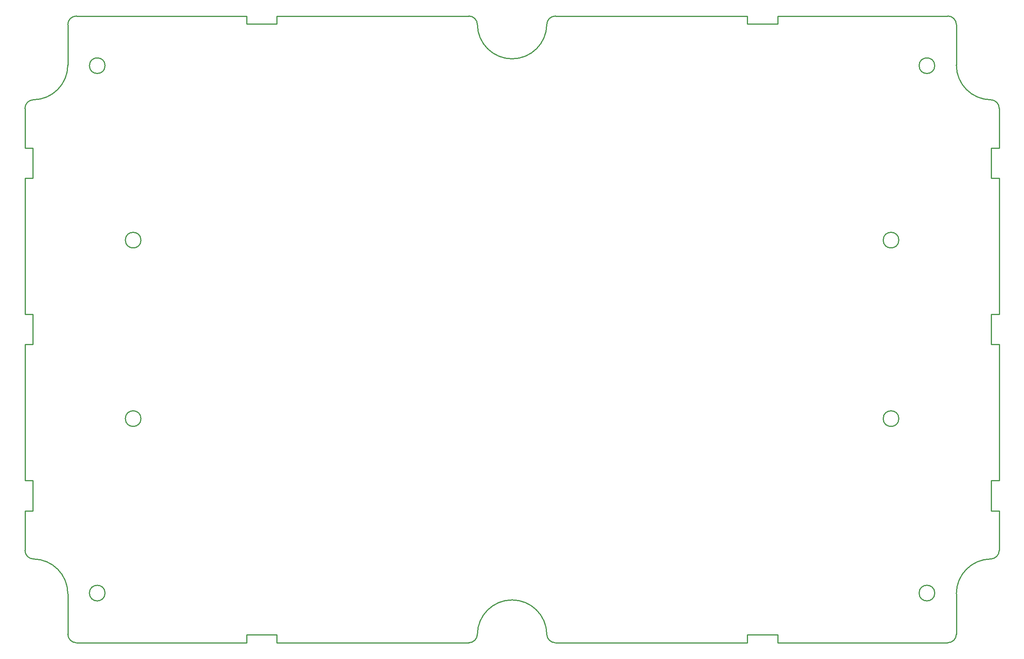
<source format=gbr>
%TF.GenerationSoftware,KiCad,Pcbnew,8.0.2*%
%TF.CreationDate,2024-05-12T20:09:40-06:00*%
%TF.ProjectId,GR-LRR-POWER,47522d4c-5252-42d5-904f-5745522e6b69,rev?*%
%TF.SameCoordinates,Original*%
%TF.FileFunction,Profile,NP*%
%FSLAX46Y46*%
G04 Gerber Fmt 4.6, Leading zero omitted, Abs format (unit mm)*
G04 Created by KiCad (PCBNEW 8.0.2) date 2024-05-12 20:09:40*
%MOMM*%
%LPD*%
G01*
G04 APERTURE LIST*
%TA.AperFunction,Profile*%
%ADD10C,0.250000*%
%TD*%
G04 APERTURE END LIST*
D10*
X76374984Y-153429250D02*
G75*
G02*
X72945984Y-153429250I-1714500J0D01*
G01*
X72945984Y-153429250D02*
G75*
G02*
X76374984Y-153429250I1714500J0D01*
G01*
X150170335Y-200769637D02*
G75*
G02*
X165393633Y-200769637I7611649J-81413D01*
G01*
X52672222Y-93999539D02*
X52672222Y-100654161D01*
X255237000Y-75806850D02*
X255237000Y-66916850D01*
X209382173Y-65029334D02*
X167281041Y-65029334D01*
X150170335Y-200769637D02*
G75*
G02*
X148282927Y-202636942I-1887335J20137D01*
G01*
X62214484Y-202636966D02*
G75*
G02*
X60326934Y-200749450I16J1887566D01*
G01*
X60326968Y-191859450D02*
X60326968Y-200749450D01*
X52672222Y-130505839D02*
X52672222Y-137160461D01*
X264635000Y-100654161D02*
X262891746Y-100654161D01*
X62214484Y-202636966D02*
X99527173Y-202636966D01*
X52672222Y-137160461D02*
X50928968Y-137160461D01*
X255237000Y-200749450D02*
X255237000Y-191859450D01*
X106181795Y-200893712D02*
X106181795Y-202636966D01*
X165393633Y-66896663D02*
G75*
G02*
X167281041Y-65029325I1887467J-20237D01*
G01*
X52796297Y-184247801D02*
G75*
G02*
X60326964Y-191859450I-81367J-7611599D01*
G01*
X262891746Y-137160461D02*
X262891746Y-130505839D01*
X216036795Y-202636966D02*
X253349484Y-202636966D01*
X52672222Y-173666761D02*
X50928968Y-173666761D01*
X50928968Y-85305907D02*
X50928968Y-93999539D01*
X253349484Y-65029334D02*
G75*
G02*
X255236966Y-66916850I16J-1887466D01*
G01*
X262891746Y-100654161D02*
X262891746Y-93999539D01*
X76374984Y-114237050D02*
G75*
G02*
X72945984Y-114237050I-1714500J0D01*
G01*
X72945984Y-114237050D02*
G75*
G02*
X76374984Y-114237050I1714500J0D01*
G01*
X253349484Y-65029334D02*
X216036795Y-65029334D01*
X250491984Y-75933850D02*
G75*
G02*
X247062984Y-75933850I-1714500J0D01*
G01*
X247062984Y-75933850D02*
G75*
G02*
X250491984Y-75933850I1714500J0D01*
G01*
X264635000Y-182360393D02*
G75*
G02*
X262767671Y-184247791I-1887600J93D01*
G01*
X262891746Y-93999539D02*
X264635000Y-93999539D01*
X167281041Y-202636966D02*
X209382173Y-202636966D01*
X264635000Y-137160461D02*
X262891746Y-137160461D01*
X50928968Y-85305907D02*
G75*
G02*
X52796297Y-83418476I1887532J7D01*
G01*
X242617984Y-153429250D02*
G75*
G02*
X239188984Y-153429250I-1714500J0D01*
G01*
X239188984Y-153429250D02*
G75*
G02*
X242617984Y-153429250I1714500J0D01*
G01*
X216036795Y-66772588D02*
X209382173Y-66772588D01*
X106181795Y-202636966D02*
X148282927Y-202636966D01*
X99527173Y-66772588D02*
X99527173Y-65029334D01*
X148282927Y-65029334D02*
G75*
G02*
X150170356Y-66896663I-127J-1887666D01*
G01*
X216036795Y-65029334D02*
X216036795Y-66772588D01*
X68500984Y-75933850D02*
G75*
G02*
X65071984Y-75933850I-1714500J0D01*
G01*
X65071984Y-75933850D02*
G75*
G02*
X68500984Y-75933850I1714500J0D01*
G01*
X264635000Y-167012139D02*
X264635000Y-137160461D01*
X209382173Y-200893712D02*
X216036795Y-200893712D01*
X52672222Y-167012139D02*
X52672222Y-173666761D01*
X167281041Y-202636966D02*
G75*
G02*
X165393641Y-200769637I-41J1887466D01*
G01*
X264635000Y-182360393D02*
X264635000Y-173666761D01*
X50928968Y-130505839D02*
X52672222Y-130505839D01*
X148282927Y-65029334D02*
X106181795Y-65029334D01*
X52796297Y-184247801D02*
G75*
G02*
X50928991Y-182360393I20203J1887401D01*
G01*
X99527173Y-202636966D02*
X99527173Y-200893712D01*
X99527173Y-200893712D02*
X106181795Y-200893712D01*
X209382173Y-66772588D02*
X209382173Y-65029334D01*
X60326968Y-66916850D02*
X60326968Y-75806850D01*
X52672222Y-100654161D02*
X50928968Y-100654161D01*
X262767671Y-83418499D02*
G75*
G02*
X255236965Y-75806850I81429J7611699D01*
G01*
X255237000Y-191859450D02*
G75*
G02*
X262767671Y-184247836I7612100J-50D01*
G01*
X250491984Y-191732450D02*
G75*
G02*
X247062984Y-191732450I-1714500J0D01*
G01*
X247062984Y-191732450D02*
G75*
G02*
X250491984Y-191732450I1714500J0D01*
G01*
X165393633Y-66896663D02*
G75*
G02*
X150170335Y-66896663I-7611649J81413D01*
G01*
X106181795Y-65029334D02*
X106181795Y-66772588D01*
X99527173Y-65029334D02*
X62214484Y-65029334D01*
X264635000Y-93999539D02*
X264635000Y-85305907D01*
X50928968Y-137160461D02*
X50928968Y-167012139D01*
X262767671Y-83418499D02*
G75*
G02*
X264635009Y-85305907I-20171J-1887401D01*
G01*
X68500984Y-191732450D02*
G75*
G02*
X65071984Y-191732450I-1714500J0D01*
G01*
X65071984Y-191732450D02*
G75*
G02*
X68500984Y-191732450I1714500J0D01*
G01*
X262891746Y-130505839D02*
X264635000Y-130505839D01*
X50928968Y-93999539D02*
X52672222Y-93999539D01*
X209382173Y-202636966D02*
X209382173Y-200893712D01*
X262891746Y-167012139D02*
X264635000Y-167012139D01*
X264635000Y-173666761D02*
X262891746Y-173666761D01*
X50928968Y-173666761D02*
X50928968Y-182360393D01*
X264635000Y-130505839D02*
X264635000Y-100654161D01*
X60326968Y-66916850D02*
G75*
G02*
X62214484Y-65029368I1887532J-50D01*
G01*
X216036795Y-200893712D02*
X216036795Y-202636966D01*
X50928968Y-100654161D02*
X50928968Y-130505839D01*
X242617984Y-114237050D02*
G75*
G02*
X239188984Y-114237050I-1714500J0D01*
G01*
X239188984Y-114237050D02*
G75*
G02*
X242617984Y-114237050I1714500J0D01*
G01*
X255237000Y-200749450D02*
G75*
G02*
X253349484Y-202637000I-1887500J-50D01*
G01*
X60326968Y-75806850D02*
G75*
G02*
X52796297Y-83418502I-7612098J10D01*
G01*
X50928968Y-167012139D02*
X52672222Y-167012139D01*
X106181795Y-66772588D02*
X99527173Y-66772588D01*
X262891746Y-173666761D02*
X262891746Y-167012139D01*
M02*

</source>
